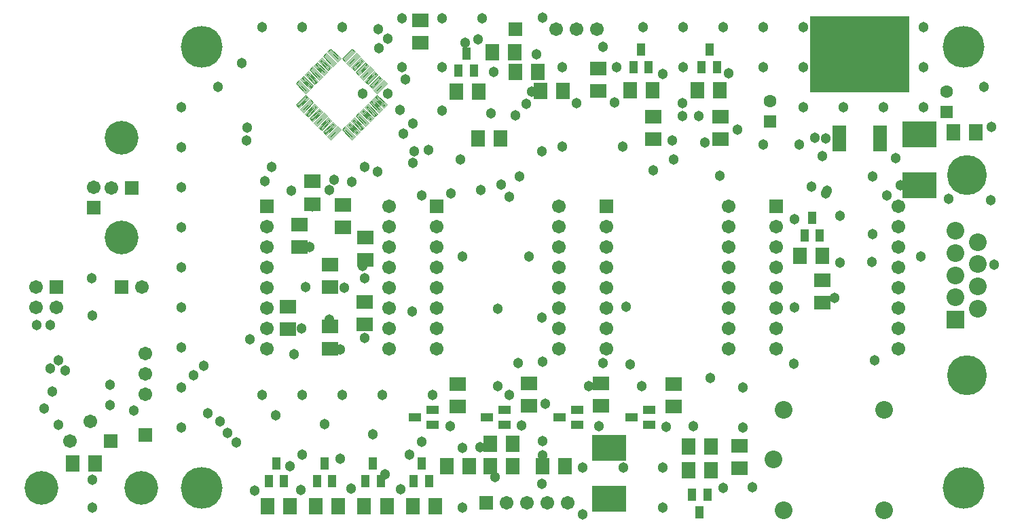
<source format=gbs>
%FSLAX43Y43*%
%MOMM*%
G71*
G01*
G75*
%ADD10C,0.300*%
%ADD11R,1.600X1.800*%
%ADD12R,1.800X1.600*%
%ADD13R,1.600X0.300*%
%ADD14C,1.000*%
%ADD15C,0.500*%
%ADD16C,0.400*%
%ADD17C,0.600*%
%ADD18C,1.500*%
%ADD19R,1.400X1.400*%
%ADD20C,2.000*%
%ADD21R,1.500X1.500*%
%ADD22C,4.000*%
%ADD23C,5.000*%
%ADD24C,1.400*%
%ADD25C,4.760*%
%ADD26R,2.000X2.000*%
%ADD27C,1.100*%
%ADD28C,0.125*%
%ADD29R,4.000X3.000*%
%ADD30R,0.850X1.300*%
%ADD31R,1.300X0.850*%
%ADD32R,1.500X3.000*%
%ADD33R,12.200X9.300*%
%ADD34R,1.803X2.003*%
%ADD35R,2.003X1.803*%
%ADD36R,1.803X0.503*%
%ADD37C,1.703*%
%ADD38R,1.603X1.603*%
%ADD39C,2.203*%
%ADD40R,1.703X1.703*%
%ADD41C,4.203*%
%ADD42C,5.203*%
%ADD43C,1.603*%
%ADD44C,4.963*%
%ADD45R,2.203X2.203*%
%ADD46C,1.303*%
%ADD47R,4.203X3.203*%
%ADD48R,1.053X1.503*%
%ADD49R,1.503X1.053*%
%ADD50R,1.703X3.203*%
%ADD51R,12.403X9.503*%
D28*
X36429Y55161D02*
X36020Y54753D01*
X34798Y55975D01*
X35207Y56383D01*
X36429Y55161D01*
X36282D02*
X36020Y54900D01*
X34946Y55975D01*
X35207Y56236D01*
X36282Y55161D01*
X36135D02*
X36020Y55047D01*
X35093Y55975D01*
X35207Y56089D01*
X36135Y55161D01*
X36013Y55187D02*
X35215Y55949D01*
X42758Y49964D02*
X42349Y49555D01*
X41127Y50777D01*
X41536Y51186D01*
X42758Y49964D01*
X42611D02*
X42349Y49703D01*
X41274Y50777D01*
X41536Y51039D01*
X42611Y49964D01*
X42463D02*
X42349Y49850D01*
X41422Y50777D01*
X41536Y50892D01*
X42463Y49964D01*
X42341Y49990D02*
X41543Y50752D01*
X35455Y54015D02*
X35864Y53606D01*
X34642Y52384D01*
X34233Y52793D01*
X35455Y54015D01*
Y53867D02*
X35716Y53606D01*
X34642Y52531D01*
X34380Y52793D01*
X35455Y53867D01*
Y53720D02*
X35569Y53606D01*
X34642Y52678D01*
X34527Y52793D01*
X35455Y53720D01*
X35429Y53598D02*
X34667Y52800D01*
X37717Y51752D02*
X38126Y51343D01*
X36904Y50121D01*
X36495Y50530D01*
X37717Y51752D01*
Y51605D02*
X37979Y51343D01*
X36904Y50268D01*
X36643Y50530D01*
X37717Y51605D01*
Y51457D02*
X37832Y51343D01*
X36904Y50416D01*
X36790Y50530D01*
X37717Y51457D01*
X37692Y51335D02*
X36930Y50537D01*
X41626Y48833D02*
X41218Y48424D01*
X39996Y49646D01*
X40404Y50055D01*
X41626Y48833D01*
X41479D02*
X41218Y48571D01*
X40143Y49646D01*
X40404Y49907D01*
X41479Y48833D01*
X41332D02*
X41218Y48719D01*
X40290Y49646D01*
X40404Y49760D01*
X41332Y48833D01*
X41210Y48858D02*
X40412Y49620D01*
X45586Y52793D02*
X45177Y52384D01*
X43955Y53606D01*
X44364Y54015D01*
X45586Y52793D01*
X45439D02*
X45177Y52531D01*
X44103Y53606D01*
X44364Y53867D01*
X45439Y52793D01*
X45292D02*
X45177Y52678D01*
X44250Y53606D01*
X44364Y53720D01*
X45292Y52793D01*
X45170Y52818D02*
X44372Y53580D01*
X44612Y56383D02*
X45021Y55975D01*
X43799Y54753D01*
X43390Y55161D01*
X44612Y56383D01*
Y56236D02*
X44873Y55975D01*
X43799Y54900D01*
X43537Y55161D01*
X44612Y56236D01*
Y56089D02*
X44726Y55975D01*
X43799Y55047D01*
X43684Y55161D01*
X44612Y56089D01*
X44586Y55967D02*
X43824Y55169D01*
X44046Y56949D02*
X44455Y56540D01*
X43233Y55318D01*
X42824Y55727D01*
X44046Y56949D01*
Y56802D02*
X44308Y56540D01*
X43233Y55466D01*
X42971Y55727D01*
X44046Y56802D01*
Y56654D02*
X44160Y56540D01*
X43233Y55613D01*
X43119Y55727D01*
X44046Y56654D01*
X44021Y56533D02*
X43258Y55735D01*
X38692Y57424D02*
X38283Y57015D01*
X37061Y58237D01*
X37470Y58646D01*
X38692Y57424D01*
X38545D02*
X38283Y57163D01*
X37208Y58237D01*
X37470Y58499D01*
X38545Y57424D01*
X38397D02*
X38283Y57310D01*
X37356Y58237D01*
X37470Y58352D01*
X38397Y57424D01*
X38276Y57450D02*
X37477Y58212D01*
X39415Y50055D02*
X39823Y49646D01*
X38601Y48424D01*
X38192Y48833D01*
X39415Y50055D01*
Y49907D02*
X39676Y49646D01*
X38601Y48571D01*
X38340Y48833D01*
X39415Y49907D01*
Y49760D02*
X39529Y49646D01*
X38601Y48719D01*
X38487Y48833D01*
X39415Y49760D01*
X39389Y49638D02*
X38627Y48840D01*
X42192Y49398D02*
X41783Y48990D01*
X40561Y50212D01*
X40970Y50620D01*
X42192Y49398D01*
X42045D02*
X41783Y49137D01*
X40709Y50212D01*
X40970Y50473D01*
X42045Y49398D01*
X41898D02*
X41783Y49284D01*
X40856Y50212D01*
X40970Y50326D01*
X41898Y49398D01*
X41776Y49424D02*
X40978Y50186D01*
X43324Y50530D02*
X42915Y50121D01*
X41693Y51343D01*
X42102Y51752D01*
X43324Y50530D01*
X43176D02*
X42915Y50268D01*
X41840Y51343D01*
X42102Y51605D01*
X43176Y50530D01*
X43029D02*
X42915Y50416D01*
X41987Y51343D01*
X42102Y51457D01*
X43029Y50530D01*
X42907Y50555D02*
X42109Y51317D01*
X44455Y51661D02*
X44046Y51252D01*
X42824Y52474D01*
X43233Y52883D01*
X44455Y51661D01*
X44308D02*
X44046Y51400D01*
X42971Y52474D01*
X43233Y52736D01*
X44308Y51661D01*
X44160D02*
X44046Y51547D01*
X43119Y52474D01*
X43233Y52589D01*
X44160Y51661D01*
X44039Y51687D02*
X43240Y52449D01*
X43480Y57515D02*
X43889Y57106D01*
X42667Y55884D01*
X42258Y56293D01*
X43480Y57515D01*
Y57367D02*
X43742Y57106D01*
X42667Y56031D01*
X42406Y56293D01*
X43480Y57367D01*
Y57220D02*
X43595Y57106D01*
X42667Y56179D01*
X42553Y56293D01*
X43480Y57220D01*
X43455Y57098D02*
X42693Y56300D01*
X41218Y59778D02*
X41626Y59369D01*
X40404Y58147D01*
X39996Y58555D01*
X41218Y59778D01*
Y59630D02*
X41479Y59369D01*
X40404Y58294D01*
X40143Y58555D01*
X41218Y59630D01*
Y59483D02*
X41332Y59369D01*
X40404Y58441D01*
X40290Y58555D01*
X41218Y59483D01*
X41192Y59361D02*
X40430Y58563D01*
X39258Y57990D02*
X38849Y57581D01*
X37627Y58803D01*
X38036Y59212D01*
X39258Y57990D01*
X39110D02*
X38849Y57728D01*
X37774Y58803D01*
X38036Y59065D01*
X39110Y57990D01*
X38963D02*
X38849Y57876D01*
X37921Y58803D01*
X38036Y58917D01*
X38963Y57990D01*
X38841Y58015D02*
X38043Y58777D01*
X38126Y56858D02*
X37717Y56450D01*
X36495Y57672D01*
X36904Y58080D01*
X38126Y56858D01*
X37979D02*
X37717Y56597D01*
X36643Y57672D01*
X36904Y57933D01*
X37979Y56858D01*
X37832D02*
X37717Y56744D01*
X36790Y57672D01*
X36904Y57786D01*
X37832Y56858D01*
X37710Y56884D02*
X36912Y57646D01*
X37561Y56293D02*
X37152Y55884D01*
X35930Y57106D01*
X36339Y57515D01*
X37561Y56293D01*
X37413D02*
X37152Y56031D01*
X36077Y57106D01*
X36339Y57367D01*
X37413Y56293D01*
X37266D02*
X37152Y56179D01*
X36224Y57106D01*
X36339Y57220D01*
X37266Y56293D01*
X37144Y56318D02*
X36346Y57080D01*
X36995Y55727D02*
X36586Y55318D01*
X35364Y56540D01*
X35773Y56949D01*
X36995Y55727D01*
X36848D02*
X36586Y55466D01*
X35511Y56540D01*
X35773Y56802D01*
X36848Y55727D01*
X36700D02*
X36586Y55613D01*
X35659Y56540D01*
X35773Y56654D01*
X36700Y55727D01*
X36579Y55753D02*
X35780Y56515D01*
X41783Y59212D02*
X42192Y58803D01*
X40970Y57581D01*
X40561Y57990D01*
X41783Y59212D01*
Y59065D02*
X42045Y58803D01*
X40970Y57728D01*
X40709Y57990D01*
X41783Y59065D01*
Y58917D02*
X41898Y58803D01*
X40970Y57876D01*
X40856Y57990D01*
X41783Y58917D01*
X41758Y58795D02*
X40996Y57997D01*
X45177Y55818D02*
X45586Y55409D01*
X44364Y54187D01*
X43955Y54596D01*
X45177Y55818D01*
Y55670D02*
X45439Y55409D01*
X44364Y54334D01*
X44103Y54596D01*
X45177Y55670D01*
Y55523D02*
X45292Y55409D01*
X44364Y54481D01*
X44250Y54596D01*
X45177Y55523D01*
X45152Y55401D02*
X44390Y54603D01*
X43889Y51096D02*
X43480Y50687D01*
X42258Y51909D01*
X42667Y52318D01*
X43889Y51096D01*
X43742D02*
X43480Y50834D01*
X42406Y51909D01*
X42667Y52170D01*
X43742Y51096D01*
X43595D02*
X43480Y50981D01*
X42553Y51909D01*
X42667Y52023D01*
X43595Y51096D01*
X43473Y51121D02*
X42675Y51883D01*
X39823Y58555D02*
X39415Y58147D01*
X38192Y59369D01*
X38601Y59778D01*
X39823Y58555D01*
X39676D02*
X39415Y58294D01*
X38340Y59369D01*
X38601Y59630D01*
X39676Y58555D01*
X39529D02*
X39415Y58441D01*
X38487Y59369D01*
X38601Y59483D01*
X39529Y58555D01*
X39407Y58581D02*
X38609Y59343D01*
X42349Y58646D02*
X42758Y58237D01*
X41536Y57015D01*
X41127Y57424D01*
X42349Y58646D01*
Y58499D02*
X42611Y58237D01*
X41536Y57163D01*
X41274Y57424D01*
X42349Y58499D01*
Y58352D02*
X42463Y58237D01*
X41536Y57310D01*
X41422Y57424D01*
X42349Y58352D01*
X42323Y58230D02*
X41561Y57432D01*
X42915Y58080D02*
X43324Y57672D01*
X42102Y56450D01*
X41693Y56858D01*
X42915Y58080D01*
Y57933D02*
X43176Y57672D01*
X42102Y56597D01*
X41840Y56858D01*
X42915Y57933D01*
Y57786D02*
X43029Y57672D01*
X42102Y56744D01*
X41987Y56858D01*
X42915Y57786D01*
X42889Y57664D02*
X42127Y56866D01*
X45021Y52227D02*
X44612Y51818D01*
X43390Y53040D01*
X43799Y53449D01*
X45021Y52227D01*
X44873D02*
X44612Y51965D01*
X43537Y53040D01*
X43799Y53302D01*
X44873Y52227D01*
X44726D02*
X44612Y52113D01*
X43684Y53040D01*
X43799Y53154D01*
X44726Y52227D01*
X44604Y52252D02*
X43806Y53015D01*
X38849Y50620D02*
X39258Y50212D01*
X38036Y48990D01*
X37627Y49398D01*
X38849Y50620D01*
Y50473D02*
X39110Y50212D01*
X38036Y49137D01*
X37774Y49398D01*
X38849Y50473D01*
Y50326D02*
X38963Y50212D01*
X38036Y49284D01*
X37921Y49398D01*
X38849Y50326D01*
X38823Y50204D02*
X38061Y49406D01*
X38283Y51186D02*
X38692Y50777D01*
X37470Y49555D01*
X37061Y49964D01*
X38283Y51186D01*
Y51039D02*
X38545Y50777D01*
X37470Y49703D01*
X37208Y49964D01*
X38283Y51039D01*
Y50892D02*
X38397Y50777D01*
X37470Y49850D01*
X37356Y49964D01*
X38283Y50892D01*
X38258Y50770D02*
X37495Y49972D01*
X37152Y52318D02*
X37561Y51909D01*
X36339Y50687D01*
X35930Y51096D01*
X37152Y52318D01*
Y52170D02*
X37413Y51909D01*
X36339Y50834D01*
X36077Y51096D01*
X37152Y52170D01*
Y52023D02*
X37266Y51909D01*
X36339Y50981D01*
X36224Y51096D01*
X37152Y52023D01*
X37126Y51901D02*
X36364Y51103D01*
X36586Y52883D02*
X36995Y52474D01*
X35773Y51252D01*
X35364Y51661D01*
X36586Y52883D01*
Y52736D02*
X36848Y52474D01*
X35773Y51400D01*
X35511Y51661D01*
X36586Y52736D01*
Y52589D02*
X36700Y52474D01*
X35773Y51547D01*
X35659Y51661D01*
X36586Y52589D01*
X36561Y52467D02*
X35798Y51669D01*
X36020Y53449D02*
X36429Y53040D01*
X35207Y51818D01*
X34798Y52227D01*
X36020Y53449D01*
Y53302D02*
X36282Y53040D01*
X35207Y51965D01*
X34946Y52227D01*
X36020Y53302D01*
Y53154D02*
X36135Y53040D01*
X35207Y52113D01*
X35093Y52227D01*
X36020Y53154D01*
X35995Y53032D02*
X35233Y52234D01*
X35864Y54596D02*
X35455Y54187D01*
X34233Y55409D01*
X34642Y55818D01*
X35864Y54596D01*
X35716D02*
X35455Y54334D01*
X34380Y55409D01*
X34642Y55670D01*
X35716Y54596D01*
X35569D02*
X35455Y54481D01*
X34527Y55409D01*
X34642Y55523D01*
X35569Y54596D01*
X35447Y54621D02*
X34649Y55383D01*
D34*
X61288Y7707D02*
D03*
X58488Y7707D02*
D03*
Y10507D02*
D03*
X99912Y33893D02*
D03*
X83201Y7207D02*
D03*
Y10107D02*
D03*
X86001D02*
D03*
X78712Y54593D02*
D03*
X64788Y54507D02*
D03*
X56988Y48607D02*
D03*
X59788Y48607D02*
D03*
X57012Y54393D02*
D03*
X54212D02*
D03*
X61512Y59293D02*
D03*
X58712Y59293D02*
D03*
X67588Y54507D02*
D03*
X61588Y56907D02*
D03*
X64388Y56907D02*
D03*
X116199Y49293D02*
D03*
X118999Y49293D02*
D03*
X75912Y54593D02*
D03*
X87112Y54593D02*
D03*
X84312Y54593D02*
D03*
X86001Y7207D02*
D03*
X97112Y33893D02*
D03*
X48812Y2643D02*
D03*
X51612D02*
D03*
X45579D02*
D03*
X42779D02*
D03*
X33512D02*
D03*
X30712D02*
D03*
X39546D02*
D03*
X36746D02*
D03*
X53088Y7707D02*
D03*
X55888Y7707D02*
D03*
X61288Y10507D02*
D03*
X64988Y7707D02*
D03*
X67788Y7707D02*
D03*
X9212Y7993D02*
D03*
X6412Y7993D02*
D03*
D35*
X38493Y32801D02*
D03*
Y30001D02*
D03*
X36293Y40401D02*
D03*
Y43201D02*
D03*
X33293Y24801D02*
D03*
Y27601D02*
D03*
X42893Y33401D02*
D03*
Y36201D02*
D03*
X40093Y37501D02*
D03*
Y40301D02*
D03*
X42807Y28199D02*
D03*
Y25399D02*
D03*
X38493Y22301D02*
D03*
X54407Y17899D02*
D03*
Y15099D02*
D03*
X38493Y25101D02*
D03*
X63307Y17999D02*
D03*
Y15199D02*
D03*
X72307D02*
D03*
X81307Y17899D02*
D03*
X81307Y15099D02*
D03*
X72307Y17999D02*
D03*
X99907Y28099D02*
D03*
X89597Y10203D02*
D03*
X49807Y60512D02*
D03*
X87207Y48499D02*
D03*
X78807Y51299D02*
D03*
Y48499D02*
D03*
X71991Y54495D02*
D03*
Y57295D02*
D03*
X87207Y51299D02*
D03*
X49807Y63312D02*
D03*
X89597Y7403D02*
D03*
X99907Y30899D02*
D03*
X34693Y35001D02*
D03*
Y37801D02*
D03*
D37*
X1860Y27460D02*
D03*
Y30000D02*
D03*
X4400Y27460D02*
D03*
X63080Y3100D02*
D03*
X69212Y62191D02*
D03*
X66672D02*
D03*
X94091Y37542D02*
D03*
Y35002D02*
D03*
Y32462D02*
D03*
Y29922D02*
D03*
Y27382D02*
D03*
Y24842D02*
D03*
Y22302D02*
D03*
X109331D02*
D03*
Y24842D02*
D03*
Y27382D02*
D03*
Y29922D02*
D03*
Y32462D02*
D03*
Y35002D02*
D03*
Y37542D02*
D03*
Y40082D02*
D03*
X88231D02*
D03*
Y37542D02*
D03*
Y35002D02*
D03*
Y32462D02*
D03*
Y29922D02*
D03*
Y27382D02*
D03*
Y24842D02*
D03*
Y22302D02*
D03*
X72991D02*
D03*
Y24842D02*
D03*
Y27382D02*
D03*
Y29922D02*
D03*
Y32462D02*
D03*
Y35002D02*
D03*
Y37542D02*
D03*
X30591D02*
D03*
Y35002D02*
D03*
Y32462D02*
D03*
Y29922D02*
D03*
Y27382D02*
D03*
Y24842D02*
D03*
Y22302D02*
D03*
X45831D02*
D03*
Y24842D02*
D03*
Y27382D02*
D03*
Y29922D02*
D03*
Y32462D02*
D03*
Y35002D02*
D03*
Y37542D02*
D03*
Y40082D02*
D03*
X67031D02*
D03*
Y37542D02*
D03*
Y35002D02*
D03*
Y32462D02*
D03*
Y29922D02*
D03*
Y27382D02*
D03*
Y24842D02*
D03*
Y22302D02*
D03*
X51791D02*
D03*
Y24842D02*
D03*
Y27382D02*
D03*
Y29922D02*
D03*
Y32462D02*
D03*
Y35002D02*
D03*
Y37542D02*
D03*
X11260Y42400D02*
D03*
X9000Y42440D02*
D03*
X60540Y3100D02*
D03*
X65620D02*
D03*
X68160D02*
D03*
X15509Y21752D02*
D03*
Y19212D02*
D03*
Y16672D02*
D03*
X6060Y10800D02*
D03*
X8600Y13300D02*
D03*
X15035Y30012D02*
D03*
X71752Y62191D02*
D03*
D38*
X93392Y50711D02*
D03*
X115392Y51911D02*
D03*
D39*
X116480Y34276D02*
D03*
X119320Y32891D02*
D03*
X116480Y31506D02*
D03*
X119320Y30121D02*
D03*
X116480Y28736D02*
D03*
X119320Y35661D02*
D03*
X116480Y37046D02*
D03*
X119320Y27351D02*
D03*
X93802Y8490D02*
D03*
X95102Y14690D02*
D03*
Y2190D02*
D03*
X107602D02*
D03*
Y14690D02*
D03*
D40*
X61592Y62191D02*
D03*
X94091Y40082D02*
D03*
X72991D02*
D03*
X30591D02*
D03*
X51791D02*
D03*
X13800Y42400D02*
D03*
X9000Y39900D02*
D03*
X58000Y3100D02*
D03*
X4400Y30000D02*
D03*
X15509Y11592D02*
D03*
X11140Y10800D02*
D03*
X12495Y30012D02*
D03*
D41*
X2500Y5000D02*
D03*
X15000D02*
D03*
X12500Y48700D02*
D03*
Y36200D02*
D03*
D42*
X22500Y60000D02*
D03*
Y5000D02*
D03*
X117500D02*
D03*
Y60000D02*
D03*
D43*
X93392Y53211D02*
D03*
X115392Y54411D02*
D03*
D44*
X117900Y44001D02*
D03*
Y19011D02*
D03*
D45*
X116480Y25966D02*
D03*
D46*
X14050Y14600D02*
D03*
X3900Y17000D02*
D03*
X8850Y26450D02*
D03*
Y5950D02*
D03*
Y2500D02*
D03*
X4650Y12850D02*
D03*
X11100Y15300D02*
D03*
Y17850D02*
D03*
X1900Y25300D02*
D03*
X4650Y20900D02*
D03*
X2850Y14900D02*
D03*
X3650Y25250D02*
D03*
X3600Y19900D02*
D03*
X81350Y45950D02*
D03*
X50800Y47150D02*
D03*
X70800Y17700D02*
D03*
X59450D02*
D03*
X54750Y45950D02*
D03*
X49000Y46950D02*
D03*
X36300Y40100D02*
D03*
X36000Y35050D02*
D03*
X33650Y42050D02*
D03*
X38450Y42100D02*
D03*
X34950Y24842D02*
D03*
X40300Y29950D02*
D03*
X42550Y32650D02*
D03*
X31250Y45050D02*
D03*
X40050Y37500D02*
D03*
X39050Y43450D02*
D03*
X30400Y43200D02*
D03*
X42850Y45050D02*
D03*
Y31100D02*
D03*
X42800Y23650D02*
D03*
X28550Y23550D02*
D03*
X53600Y41700D02*
D03*
X41250Y43150D02*
D03*
X38450Y25950D02*
D03*
X48750Y26950D02*
D03*
X48800Y45550D02*
D03*
X28100Y48350D02*
D03*
X63300Y33800D02*
D03*
X55050D02*
D03*
X62100Y43800D02*
D03*
X44400Y44450D02*
D03*
X75450Y27550D02*
D03*
X96400Y27450D02*
D03*
X96350Y20500D02*
D03*
X75950Y20400D02*
D03*
X45400Y6650D02*
D03*
X33550Y7650D02*
D03*
X26850Y10650D02*
D03*
X49950Y10750D02*
D03*
X43850Y11700D02*
D03*
X25700Y11800D02*
D03*
X24750Y13300D02*
D03*
X37850Y12950D02*
D03*
X23300Y14250D02*
D03*
X31750Y14000D02*
D03*
X59050Y6350D02*
D03*
X65000Y9000D02*
D03*
X39800Y8650D02*
D03*
X57250Y10050D02*
D03*
X28200Y49900D02*
D03*
X64950Y46950D02*
D03*
X22800Y20200D02*
D03*
X62000Y20550D02*
D03*
X60900Y41300D02*
D03*
X98550Y42550D02*
D03*
X21500Y19000D02*
D03*
X85950Y18650D02*
D03*
X44500Y62200D02*
D03*
X101400Y28650D02*
D03*
X106150Y36650D02*
D03*
Y43850D02*
D03*
X87100Y43900D02*
D03*
X89300Y49700D02*
D03*
X102050Y38900D02*
D03*
X78800Y44600D02*
D03*
X81200Y48350D02*
D03*
X98950Y48700D02*
D03*
X45700Y54200D02*
D03*
X44600Y59800D02*
D03*
X47200Y52100D02*
D03*
X100350Y48550D02*
D03*
X82450Y51350D02*
D03*
X84450D02*
D03*
X83800Y12650D02*
D03*
X53450Y12700D02*
D03*
X62400Y12750D02*
D03*
X72000Y12650D02*
D03*
X80400Y12600D02*
D03*
X42600Y54200D02*
D03*
X61592Y51458D02*
D03*
X47650Y49150D02*
D03*
X48800Y50400D02*
D03*
X47900Y55900D02*
D03*
X63650Y54450D02*
D03*
X77400Y17650D02*
D03*
X106450Y20850D02*
D03*
X45700Y61000D02*
D03*
X55350Y60500D02*
D03*
X59800Y42850D02*
D03*
X109600Y42750D02*
D03*
X99850Y46350D02*
D03*
X39750Y22200D02*
D03*
X5450Y19600D02*
D03*
X59400Y27350D02*
D03*
X64900Y26250D02*
D03*
X57300Y42150D02*
D03*
X20000Y12500D02*
D03*
Y17500D02*
D03*
X20000Y22500D02*
D03*
Y27500D02*
D03*
Y32500D02*
D03*
Y37500D02*
D03*
Y42500D02*
D03*
Y47500D02*
D03*
Y52500D02*
D03*
X24550Y55000D02*
D03*
X27500Y57950D02*
D03*
X30000Y62500D02*
D03*
X35000D02*
D03*
X40000D02*
D03*
X47500Y57500D02*
D03*
X52500Y57500D02*
D03*
X47500Y63600D02*
D03*
X52500Y63600D02*
D03*
X56950Y60900D02*
D03*
X57500Y63600D02*
D03*
X65000Y63650D02*
D03*
X64250Y59100D02*
D03*
X58950Y56900D02*
D03*
X58600Y51700D02*
D03*
X52500Y52050D02*
D03*
X62950Y52900D02*
D03*
X69250Y53000D02*
D03*
X67500Y57500D02*
D03*
X72500Y60000D02*
D03*
X77500Y62500D02*
D03*
X82500Y62500D02*
D03*
X87500D02*
D03*
X92500D02*
D03*
X97500Y62500D02*
D03*
X102500D02*
D03*
X107499Y62500D02*
D03*
X112500Y62500D02*
D03*
X49950Y41450D02*
D03*
X67500Y47550D02*
D03*
X75000D02*
D03*
X74000Y53100D02*
D03*
X120000Y55000D02*
D03*
X107499Y57500D02*
D03*
X112500D02*
D03*
X112499Y52500D02*
D03*
X107499D02*
D03*
X102500Y52500D02*
D03*
Y57500D02*
D03*
X97500D02*
D03*
Y52500D02*
D03*
X92500Y57500D02*
D03*
X88200Y56700D02*
D03*
X82450Y53000D02*
D03*
X82500Y57500D02*
D03*
X80000Y56650D02*
D03*
X74250Y57500D02*
D03*
X85250Y48050D02*
D03*
X97000Y47800D02*
D03*
X92500D02*
D03*
X120999Y50000D02*
D03*
X120900Y40900D02*
D03*
X115650Y41000D02*
D03*
X121350Y32800D02*
D03*
X106050Y33150D02*
D03*
X102099Y33050D02*
D03*
X96450Y38500D02*
D03*
X100450Y42050D02*
D03*
X100350Y41750D02*
D03*
X107899Y41500D02*
D03*
X108999Y46100D02*
D03*
X90000Y17500D02*
D03*
X90000Y12500D02*
D03*
X91150Y5050D02*
D03*
X87500Y5000D02*
D03*
X80000Y2500D02*
D03*
X80000Y7500D02*
D03*
X75100Y7500D02*
D03*
X70000Y7500D02*
D03*
Y1700D02*
D03*
X65000Y10850D02*
D03*
X64950Y5500D02*
D03*
X55000Y2500D02*
D03*
X55050Y10000D02*
D03*
D03*
X47350Y4800D02*
D03*
X41150Y4850D02*
D03*
X34900Y4750D02*
D03*
X29100Y4650D02*
D03*
X30000Y16550D02*
D03*
X35050D02*
D03*
X40000D02*
D03*
X45000D02*
D03*
X35000Y9150D02*
D03*
X48450D02*
D03*
X60900Y16600D02*
D03*
X65350Y15500D02*
D03*
X65000Y20700D02*
D03*
X72500Y20550D02*
D03*
X51250Y16600D02*
D03*
X34000Y21650D02*
D03*
X35450Y30000D02*
D03*
X112200Y33800D02*
D03*
X8750Y31150D02*
D03*
D47*
X73306Y3591D02*
D03*
Y9941D02*
D03*
X111994Y49109D02*
D03*
Y42759D02*
D03*
D48*
X49898Y7998D02*
D03*
X99548Y36498D02*
D03*
X98598Y38698D02*
D03*
X83652Y4102D02*
D03*
X85799Y59699D02*
D03*
X78248Y57498D02*
D03*
X55498Y59198D02*
D03*
X56448Y56998D02*
D03*
X54548D02*
D03*
X77298Y59698D02*
D03*
X76348Y57498D02*
D03*
X86749Y57499D02*
D03*
X84849D02*
D03*
X84602Y1902D02*
D03*
X85552Y4102D02*
D03*
X97648Y36498D02*
D03*
X42915Y5798D02*
D03*
X44815D02*
D03*
X43865Y7998D02*
D03*
X36882Y5798D02*
D03*
X38782D02*
D03*
X37832Y7998D02*
D03*
X30848Y5798D02*
D03*
X32748D02*
D03*
X31798Y7998D02*
D03*
X48948Y5798D02*
D03*
X50848D02*
D03*
D49*
X49102Y13798D02*
D03*
X51302Y14748D02*
D03*
Y12848D02*
D03*
X58102Y13798D02*
D03*
X60302Y14748D02*
D03*
Y12848D02*
D03*
X67102Y13798D02*
D03*
X69302Y14748D02*
D03*
Y12848D02*
D03*
X76102Y13798D02*
D03*
X78302Y14748D02*
D03*
Y12848D02*
D03*
D50*
X101977Y48549D02*
D03*
X107057D02*
D03*
D51*
X104517Y59049D02*
D03*
M02*

</source>
